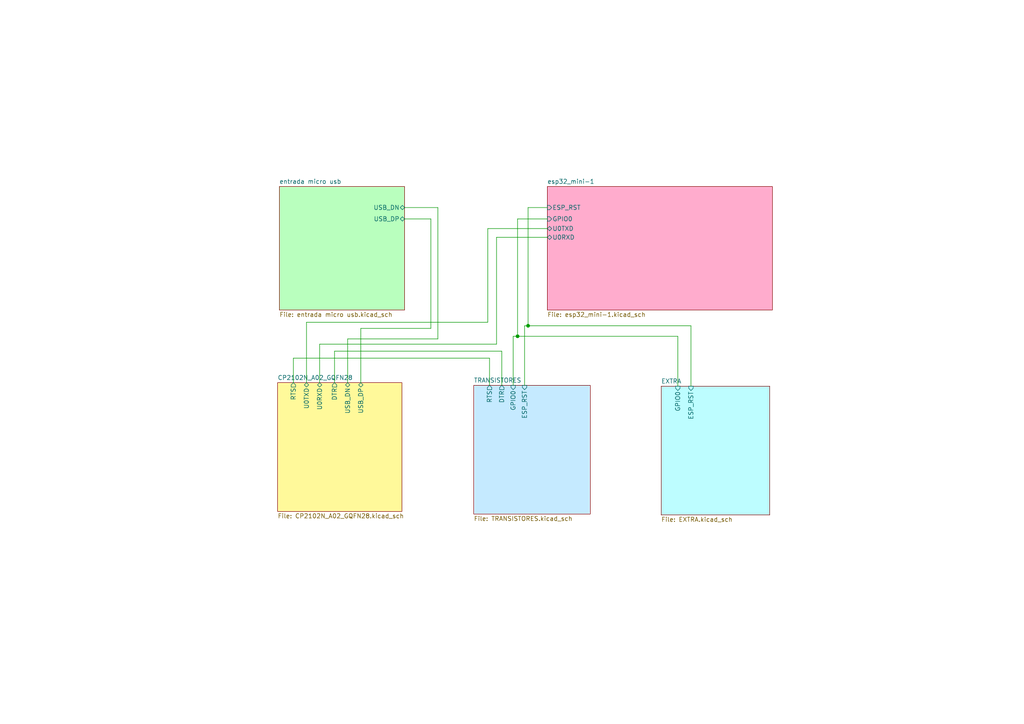
<source format=kicad_sch>
(kicad_sch (version 20211123) (generator eeschema)
  (paper "A4")
  (lib_symbols)
  (junction (at 150.114 97.536))
  (junction (at 153.162 94.488))
  (wire (pts (xy 150.114 63.5) (xy 158.75 63.5)))
  (wire (pts (xy 92.71 110.998) (xy 92.71 99.822)))
  (wire (pts (xy 85.09 103.886) (xy 85.09 110.998)))
  (wire (pts (xy 141.986 111.76) (xy 141.986 103.886)))
  (wire (pts (xy 196.596 97.536) (xy 150.114 97.536)))
  (wire (pts (xy 124.968 63.5) (xy 124.968 95.25)))
  (wire (pts (xy 124.968 95.25) (xy 104.648 95.25)))
  (wire (pts (xy 152.146 94.488) (xy 153.162 94.488)))
  (wire (pts (xy 88.9 93.472) (xy 88.9 110.998)))
  (wire (pts (xy 141.478 93.472) (xy 88.9 93.472)))
  (wire (pts (xy 100.838 98.298) (xy 100.838 110.998)))
  (wire (pts (xy 144.018 68.834) (xy 158.75 68.834)))
  (wire (pts (xy 150.114 97.536) (xy 150.114 63.5)))
  (wire (pts (xy 117.348 60.198) (xy 127 60.198)))
  (wire (pts (xy 153.162 60.198) (xy 158.75 60.198)))
  (wire (pts (xy 148.844 111.76) (xy 148.844 97.536)))
  (wire (pts (xy 104.648 95.25) (xy 104.648 110.998)))
  (wire (pts (xy 92.71 99.822) (xy 144.018 99.822)))
  (wire (pts (xy 97.028 101.854) (xy 145.542 101.854)))
  (wire (pts (xy 148.844 97.536) (xy 150.114 97.536)))
  (wire (pts (xy 145.542 101.854) (xy 145.542 111.76)))
  (wire (pts (xy 152.146 111.76) (xy 152.146 94.488)))
  (wire (pts (xy 97.028 110.998) (xy 97.028 101.854)))
  (wire (pts (xy 127 60.198) (xy 127 98.298)))
  (wire (pts (xy 196.596 112.014) (xy 196.596 97.536)))
  (wire (pts (xy 200.406 94.488) (xy 153.162 94.488)))
  (wire (pts (xy 158.75 66.294) (xy 141.478 66.294)))
  (wire (pts (xy 117.348 63.5) (xy 124.968 63.5)))
  (wire (pts (xy 153.162 94.488) (xy 153.162 60.198)))
  (wire (pts (xy 200.406 112.014) (xy 200.406 94.488)))
  (wire (pts (xy 141.986 103.886) (xy 85.09 103.886)))
  (wire (pts (xy 127 98.298) (xy 100.838 98.298)))
  (wire (pts (xy 141.478 66.294) (xy 141.478 93.472)))
  (wire (pts (xy 144.018 99.822) (xy 144.018 68.834)))
  (sheet (at 81.026 54.102) (size 36.322 35.814) (stroke (width 0.1524)) (fill (color 185 255 190 1.0000))
    (property "Sheet name" "entrada micro usb" (at 81.026 53.3904 0) (effects (justify left bottom)))
    (property "Sheet file" "entrada micro usb.kicad_sch" (at 81.026 90.5006 0) (effects (justify left top)))
    (pin "USB_DN" bidirectional (at 117.348 60.198 0))
    (pin "USB_DP" bidirectional (at 117.348 63.5 0))
  )
  (sheet (at 158.75 54.102) (size 65.278 35.814) (stroke (width 0.1524)) (fill (color 255 172 205 1.0000))
    (property "Sheet name" "esp32_mini-1" (at 158.75 53.3904 0) (effects (justify left bottom)))
    (property "Sheet file" "esp32_mini-1.kicad_sch" (at 158.75 90.5006 0) (effects (justify left top)))
    (pin "ESP_RST" input (at 158.75 60.198 180))
    (pin "GPIO0" input (at 158.75 63.5 180))
    (pin "U0TXD" bidirectional (at 158.75 66.294 180))
    (pin "U0RXD" bidirectional (at 158.75 68.834 180))
  )
  (sheet (at 80.518 110.998) (size 36.068 37.338) (stroke (width 0.1524)) (fill (color 255 249 154 1.0000))
    (property "Sheet name" "CP2102N_A02_GQFN28" (at 80.518 110.2864 0) (effects (justify left bottom)))
    (property "Sheet file" "CP2102N_A02_GQFN28.kicad_sch" (at 80.518 148.9206 0) (effects (justify left top)))
    (pin "RTS" output (at 85.09 110.998 90))
    (pin "U0TXD" bidirectional (at 88.9 110.998 90))
    (pin "U0RXD" bidirectional (at 92.71 110.998 90))
    (pin "DTR" output (at 97.028 110.998 90))
    (pin "USB_DN" bidirectional (at 100.838 110.998 90))
    (pin "USB_DP" bidirectional (at 104.648 110.998 90))
  )
  (sheet (at 137.414 111.76) (size 33.782 37.338) (stroke (width 0.1524)) (fill (color 197 234 255 1.0000))
    (property "Sheet name" "TRANSISTORES" (at 137.414 111.0484 0) (effects (justify left bottom)))
    (property "Sheet file" "TRANSISTORES.kicad_sch" (at 137.414 149.6826 0) (effects (justify left top)))
    (pin "RTS" output (at 141.986 111.76 90))
    (pin "DTR" output (at 145.542 111.76 90))
    (pin "GPIO0" input (at 148.844 111.76 90))
    (pin "ESP_RST" input (at 152.146 111.76 90))
  )
  (sheet (at 191.77 112.014) (size 31.496 37.338) (stroke (width 0.1524)) (fill (color 189 253 255 1.0000))
    (property "Sheet name" "EXTRA" (at 191.77 111.3024 0) (effects (justify left bottom)))
    (property "Sheet file" "EXTRA.kicad_sch" (at 191.77 149.9366 0) (effects (justify left top)))
    (pin "GPIO0" input (at 196.596 112.014 90))
    (pin "ESP_RST" input (at 200.406 112.014 90))
  )
)
</source>
